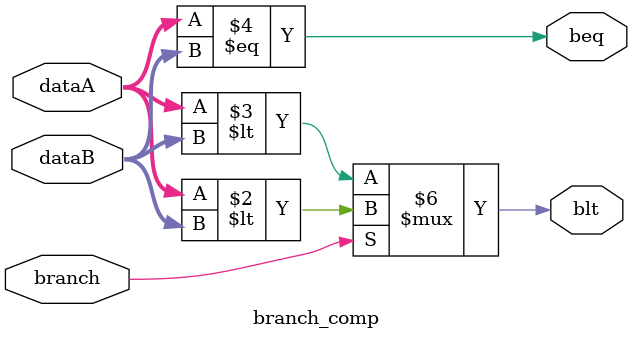
<source format=sv>
`timescale 1ns / 1ps


module branch_comp(
    input logic branch,
    input logic [31:0] dataA,
    input logic [31:0] dataB,
    output logic beq,
    output logic blt
    );
    
    always_comb begin
        if(branch)
            blt = dataA < dataB;
        else
            blt = $signed(dataA) < $signed(dataB);
        
        beq = dataA == dataB; 
     end
    
endmodule

</source>
